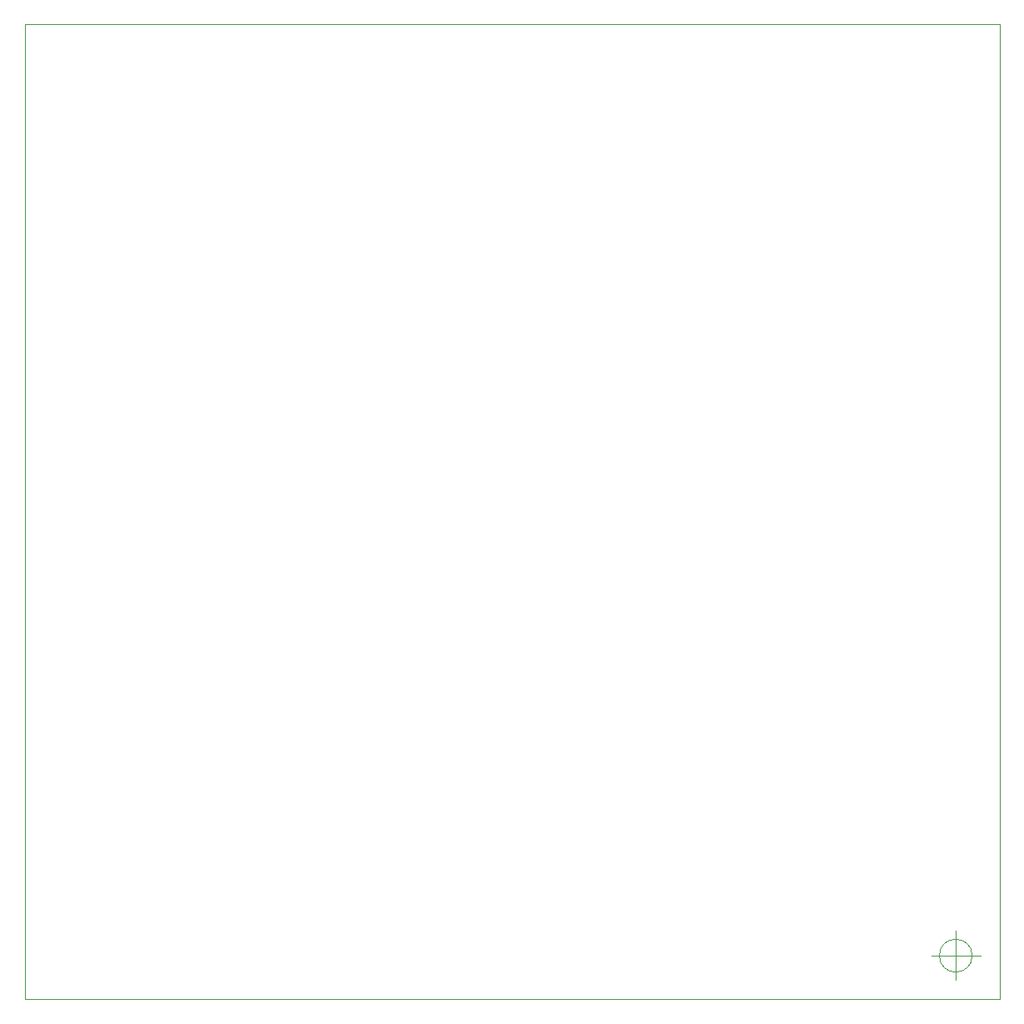
<source format=gbr>
G04 #@! TF.GenerationSoftware,KiCad,Pcbnew,5.1.4+dfsg1-1*
G04 #@! TF.CreationDate,2020-04-17T13:22:44+02:00*
G04 #@! TF.ProjectId,Transceiver,5472616e-7363-4656-9976-65722e6b6963,rev?*
G04 #@! TF.SameCoordinates,Original*
G04 #@! TF.FileFunction,Profile,NP*
%FSLAX46Y46*%
G04 Gerber Fmt 4.6, Leading zero omitted, Abs format (unit mm)*
G04 Created by KiCad (PCBNEW 5.1.4+dfsg1-1) date 2020-04-17 13:22:44*
%MOMM*%
%LPD*%
G04 APERTURE LIST*
%ADD10C,0.050000*%
G04 APERTURE END LIST*
D10*
X145811666Y-150495000D02*
G75*
G03X145811666Y-150495000I-1666666J0D01*
G01*
X141645000Y-150495000D02*
X146645000Y-150495000D01*
X144145000Y-147995000D02*
X144145000Y-152995000D01*
X145811666Y-150495000D02*
G75*
G03X145811666Y-150495000I-1666666J0D01*
G01*
X141645000Y-150495000D02*
X146645000Y-150495000D01*
X144145000Y-147995000D02*
X144145000Y-152995000D01*
X145811666Y-150495000D02*
G75*
G03X145811666Y-150495000I-1666666J0D01*
G01*
X141645000Y-150495000D02*
X146645000Y-150495000D01*
X144145000Y-147995000D02*
X144145000Y-152995000D01*
X145811666Y-150495000D02*
G75*
G03X145811666Y-150495000I-1666666J0D01*
G01*
X141645000Y-150495000D02*
X146645000Y-150495000D01*
X144145000Y-147995000D02*
X144145000Y-152995000D01*
X145811666Y-150495000D02*
G75*
G03X145811666Y-150495000I-1666666J0D01*
G01*
X141645000Y-150495000D02*
X146645000Y-150495000D01*
X144145000Y-147995000D02*
X144145000Y-152995000D01*
X145811666Y-150495000D02*
G75*
G03X145811666Y-150495000I-1666666J0D01*
G01*
X141645000Y-150495000D02*
X146645000Y-150495000D01*
X144145000Y-147995000D02*
X144145000Y-152995000D01*
X145811666Y-150495000D02*
G75*
G03X145811666Y-150495000I-1666666J0D01*
G01*
X141645000Y-150495000D02*
X146645000Y-150495000D01*
X144145000Y-147995000D02*
X144145000Y-152995000D01*
X145811666Y-150495000D02*
G75*
G03X145811666Y-150495000I-1666666J0D01*
G01*
X141645000Y-150495000D02*
X146645000Y-150495000D01*
X144145000Y-147995000D02*
X144145000Y-152995000D01*
X49530000Y-55880000D02*
X49530000Y-154940000D01*
X148590000Y-55880000D02*
X148590000Y-154940000D01*
X148590000Y-154940000D02*
X49530000Y-154940000D01*
X49530000Y-55880000D02*
X148590000Y-55880000D01*
M02*

</source>
